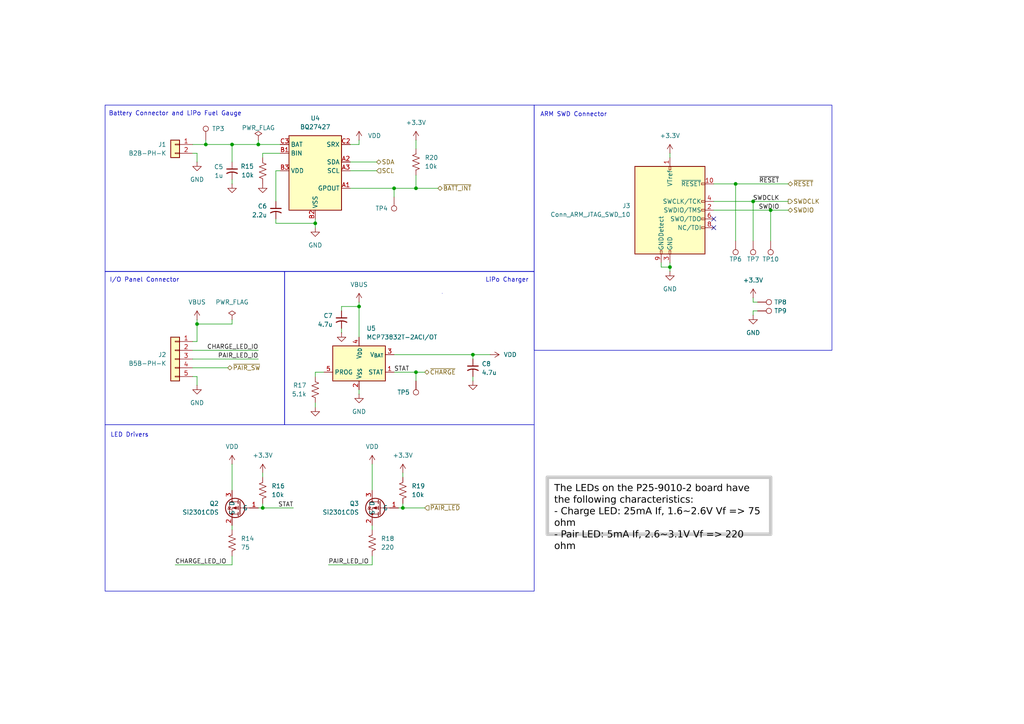
<source format=kicad_sch>
(kicad_sch (version 20250114) (generator "eeschema") (generator_version "9.0")
  (paper "A4")
  (title_block (title "Battery Interface") (rev "${REVISION}") (company "${COMPANY}"))
  (lib_symbols
    (symbol "Asym_Battery_Management:BQ27427"
      (property "Reference" "U" (at 3.302 -12.446 0))
      (property "Value" "BQ27427" (at 0 11.684 0))
      (symbol "BQ27427_1_0"
        (pin power_in line (at -10.16 7.62 0) (length 2.54) (name "BAT") (number "C3"))
        (pin input line (at -10.16 5.08 0) (length 2.54) (name "BIN") (number "B1"))
        (pin power_out line (at -10.16 0 0) (length 2.54) (name "VDD") (number "B3"))
        (pin power_out line (at 0 -13.97 90) (length 2.54) (name "VSS") (number "B2"))
        (pin power_out line (at 0 -13.97 90) (length 2.54) (hide yes) (name "VSS") (number "C1"))
        (pin power_in line (at 10.16 7.62 180) (length 2.54) (name "SRX") (number "C2"))
        (pin bidirectional line (at 10.16 2.54 180) (length 2.54) (name "SDA") (number "A2"))
        (pin input line (at 10.16 0 180) (length 2.54) (name "SCL") (number "A3"))
        (pin open_collector line (at 10.16 -5.08 180) (length 2.54) (name "GPOUT") (number "A1"))
      )
      (symbol "BQ27427_1_1"
        (rectangle (start -7.62 10.16) (end 7.62 -11.43) (stroke (width 0.254)) (fill (type background)))
      )
    )
    (symbol "Asym_Transistor_FET:Si2301CDS"
      (property "Reference" "Q" (at 2.54 2.032 0))
      (property "Value" "Si2301CDS" (at 2.54 0 0))
      (symbol "Si2301CDS_0_1"
        (polyline (pts (xy -2.286 1.905) (xy -2.286 -1.905)) (stroke (width 0.254)))
        (polyline (pts (xy -2.286 0) (xy -5.08 0)))
        (polyline (pts (xy -1.778 2.286) (xy -1.778 1.27)) (stroke (width 0.254)))
        (polyline (pts (xy -1.778 1.778) (xy 0.762 1.778) (xy 0.762 -1.778) (xy -1.778 -1.778)))
        (polyline (pts (xy -1.778 0.508) (xy -1.778 -0.508)) (stroke (width 0.254)))
        (polyline (pts (xy -1.778 -1.27) (xy -1.778 -2.286)) (stroke (width 0.254)))
        (circle (center -0.889 0) (radius 2.794) (stroke (width 0.254)))
        (polyline (pts (xy -0.254 0) (xy -1.27 0.381) (xy -1.27 -0.381) (xy -0.254 0)) (fill (type outline)))
        (polyline (pts (xy 0 2.54) (xy 0 1.778)))
        (circle (center 0 1.778) (radius 0.254) (fill (type outline)))
        (circle (center 0 -1.778) (radius 0.254) (fill (type outline)))
        (polyline (pts (xy 0 -2.54) (xy 0 0) (xy -1.778 0)))
        (polyline (pts (xy 0.254 -0.508) (xy 0.381 -0.381) (xy 1.143 -0.381) (xy 1.27 -0.254)))
        (polyline (pts (xy 0.762 -0.381) (xy 0.381 0.254) (xy 1.143 0.254) (xy 0.762 -0.381)))
      )
      (symbol "Si2301CDS_1_1"
        (pin input line (at -7.62 0 0) (length 2.54) (name "G") (number "1"))
        (pin passive line (at 0 5.08 270) (length 2.54) (name "D") (number "3"))
        (pin passive line (at 0 -5.08 90) (length 2.54) (name "S") (number "2"))
      )
    )
    (symbol "Battery_Management:MCP73831-2-OT"
      (property "Reference" "U" (at -7.62 6.35 0))
      (property "Value" "MCP73831-2-OT" (at 1.27 6.35 0))
      (symbol "MCP73831-2-OT_0_1"
        (rectangle (start -7.62 5.08) (end 7.62 -5.08) (stroke (width 0.254)) (fill (type background)))
      )
      (symbol "MCP73831-2-OT_1_1"
        (pin input line (at -10.16 -2.54 0) (length 2.54) (name "PROG") (number "5"))
        (pin power_in line (at 0 7.62 270) (length 2.54) (name "V_{DD}") (number "4"))
        (pin power_in line (at 0 -7.62 90) (length 2.54) (name "V_{SS}") (number "2"))
        (pin power_out line (at 10.16 2.54 180) (length 2.54) (name "V_{BAT}") (number "3"))
        (pin tri_state line (at 10.16 -2.54 180) (length 2.54) (name "STAT") (number "1"))
      )
    )
    (symbol "Connector:Conn_ARM_JTAG_SWD_10" (pin_names (offset 1.016))
      (property "Reference" "J" (at -2.54 16.51 0))
      (property "Value" "Conn_ARM_JTAG_SWD_10" (at -2.54 13.97 0))
      (symbol "Conn_ARM_JTAG_SWD_10_0_1"
        (rectangle (start -10.16 12.7) (end 10.16 -12.7) (stroke (width 0.254)) (fill (type background)))
        (rectangle (start -2.794 -12.7) (end -2.286 -11.684))
        (rectangle (start -0.254 12.7) (end 0.254 11.684))
        (rectangle (start -0.254 -12.7) (end 0.254 -11.684))
        (rectangle (start 9.144 2.286) (end 10.16 2.794))
        (rectangle (start 10.16 7.874) (end 9.144 7.366))
        (rectangle (start 10.16 -0.254) (end 9.144 0.254))
        (rectangle (start 10.16 -2.794) (end 9.144 -2.286))
      )
      (symbol "Conn_ARM_JTAG_SWD_10_1_1"
        (rectangle (start 9.144 -5.334) (end 10.16 -4.826))
        (pin no_connect line (at -10.16 0 0) (length 2.54) (hide yes) (name "KEY") (number "7"))
        (pin passive line (at -2.54 -15.24 90) (length 2.54) (name "GNDDetect") (number "9"))
        (pin power_in line (at 0 15.24 270) (length 2.54) (name "VTref") (number "1"))
        (pin power_in line (at 0 -15.24 90) (length 2.54) (name "GND") (number "3"))
        (pin passive line (at 0 -15.24 90) (length 2.54) (hide yes) (name "GND") (number "5"))
        (pin open_collector line (at 12.7 7.62 180) (length 2.54) (name "~{RESET}") (number "10"))
        (pin output line (at 12.7 2.54 180) (length 2.54) (name "SWCLK/TCK") (number "4"))
        (pin bidirectional line (at 12.7 0 180) (length 2.54) (name "SWDIO/TMS") (number "2"))
        (pin input line (at 12.7 -2.54 180) (length 2.54) (name "SWO/TDO") (number "6"))
        (pin output line (at 12.7 -5.08 180) (length 2.54) (name "NC/TDI") (number "8"))
      )
    )
    (symbol "Connector:TestPoint" (pin_numbers (hide yes)) (pin_names (offset 0.762) (hide yes))
      (property "Reference" "TP" (at 0 6.858 0))
      (property "Value" "TestPoint" (at 0 5.08 0))
      (symbol "TestPoint_0_1"
        (circle (center 0 3.302) (radius 0.762))
      )
      (symbol "TestPoint_1_1"
        (pin passive line (at 0 0 90) (length 2.54) (name "1") (number "1"))
      )
    )
    (symbol "Connector_Generic:Conn_01x02" (pin_names (offset 1.016) (hide yes))
      (property "Reference" "J" (at 0 2.54 0))
      (property "Value" "Conn_01x02" (at 0 -5.08 0))
      (symbol "Conn_01x02_1_1"
        (rectangle (start -1.27 1.27) (end 1.27 -3.81) (stroke (width 0.254)) (fill (type background)))
        (rectangle (start -1.27 0.127) (end 0 -0.127) (stroke (width 0.1524)))
        (rectangle (start -1.27 -2.413) (end 0 -2.667) (stroke (width 0.1524)))
        (pin passive line (at -5.08 0 0) (length 3.81) (name "Pin_1") (number "1"))
        (pin passive line (at -5.08 -2.54 0) (length 3.81) (name "Pin_2") (number "2"))
      )
    )
    (symbol "Connector_Generic:Conn_01x05" (pin_names (offset 1.016) (hide yes))
      (property "Reference" "J" (at 0 7.62 0))
      (property "Value" "Conn_01x05" (at 0 -7.62 0))
      (symbol "Conn_01x05_1_1"
        (rectangle (start -1.27 6.35) (end 1.27 -6.35) (stroke (width 0.254)) (fill (type background)))
        (rectangle (start -1.27 5.207) (end 0 4.953) (stroke (width 0.1524)))
        (rectangle (start -1.27 2.667) (end 0 2.413) (stroke (width 0.1524)))
        (rectangle (start -1.27 0.127) (end 0 -0.127) (stroke (width 0.1524)))
        (rectangle (start -1.27 -2.413) (end 0 -2.667) (stroke (width 0.1524)))
        (rectangle (start -1.27 -4.953) (end 0 -5.207) (stroke (width 0.1524)))
        (pin passive line (at -5.08 5.08 0) (length 3.81) (name "Pin_1") (number "1"))
        (pin passive line (at -5.08 2.54 0) (length 3.81) (name "Pin_2") (number "2"))
        (pin passive line (at -5.08 0 0) (length 3.81) (name "Pin_3") (number "3"))
        (pin passive line (at -5.08 -2.54 0) (length 3.81) (name "Pin_4") (number "4"))
        (pin passive line (at -5.08 -5.08 0) (length 3.81) (name "Pin_5") (number "5"))
      )
    )
    (symbol "Device:C_Small_US" (pin_numbers (hide yes)) (pin_names (offset 0.254) (hide yes))
      (property "Reference" "C" (at 0.254 1.778 0))
      (property "Value" "C_Small_US" (at 0.254 -2.032 0))
      (symbol "C_Small_US_0_1"
        (polyline (pts (xy -1.524 0.508) (xy 1.524 0.508)) (stroke (width 0.3048)))
        (arc (start -1.524 -0.762) (mid 0 -0.3734) (end 1.524 -0.762) (stroke (width 0.3048)))
      )
      (symbol "C_Small_US_1_1"
        (pin passive line (at 0 2.54 270) (length 2.032) (name "~") (number "1"))
        (pin passive line (at 0 -2.54 90) (length 2.032) (name "~") (number "2"))
      )
    )
    (symbol "Device:R_US" (pin_numbers (hide yes)) (pin_names (offset 0))
      (property "Reference" "R" (at 2.54 0 90))
      (property "Value" "R_US" (at -2.54 0 90))
      (symbol "R_US_0_1"
        (polyline (pts (xy 0 2.286) (xy 0 2.54)))
        (polyline (pts (xy 0 2.286) (xy 1.016 1.905) (xy 0 1.524) (xy -1.016 1.143) (xy 0 0.762)))
        (polyline (pts (xy 0 0.762) (xy 1.016 0.381) (xy 0 0) (xy -1.016 -0.381) (xy 0 -0.762)))
        (polyline (pts (xy 0 -0.762) (xy 1.016 -1.143) (xy 0 -1.524) (xy -1.016 -1.905) (xy 0 -2.286)))
        (polyline (pts (xy 0 -2.286) (xy 0 -2.54)))
      )
      (symbol "R_US_1_1"
        (pin passive line (at 0 3.81 270) (length 1.27) (name "~") (number "1"))
        (pin passive line (at 0 -3.81 90) (length 1.27) (name "~") (number "2"))
      )
    )
    (symbol "power:+3.3V" (power) (pin_numbers (hide yes)) (pin_names (offset 0) (hide yes))
      (property "Value" "+3.3V" (at 0 3.556 0))
      (symbol "+3.3V_0_1"
        (polyline (pts (xy -0.762 1.27) (xy 0 2.54)))
        (polyline (pts (xy 0 2.54) (xy 0.762 1.27)))
        (polyline (pts (xy 0 0) (xy 0 2.54)))
      )
      (symbol "+3.3V_1_1"
        (pin power_in line (at 0 0 90) (length 0) (name "~") (number "1"))
      )
    )
    (symbol "power:GND" (power) (pin_numbers (hide yes)) (pin_names (offset 0) (hide yes))
      (property "Value" "GND" (at 0 -3.81 0))
      (symbol "GND_0_1"
        (polyline (pts (xy 0 0) (xy 0 -1.27) (xy 1.27 -1.27) (xy 0 -2.54) (xy -1.27 -1.27) (xy 0 -1.27)))
      )
      (symbol "GND_1_1"
        (pin power_in line (at 0 0 270) (length 0) (name "~") (number "1"))
      )
    )
    (symbol "power:PWR_FLAG" (power) (pin_numbers (hide yes)) (pin_names (offset 0) (hide yes))
      (property "Value" "PWR_FLAG" (at 0 3.81 0))
      (symbol "PWR_FLAG_0_0"
        (pin power_out line (at 0 0 90) (length 0) (name "~") (number "1"))
      )
      (symbol "PWR_FLAG_0_1"
        (polyline (pts (xy 0 0) (xy 0 1.27) (xy -1.016 1.905) (xy 0 2.54) (xy 1.016 1.905) (xy 0 1.27)))
      )
    )
    (symbol "power:VBUS" (power) (pin_numbers (hide yes)) (pin_names (offset 0) (hide yes))
      (property "Value" "VBUS" (at 0 3.556 0))
      (symbol "VBUS_0_1"
        (polyline (pts (xy -0.762 1.27) (xy 0 2.54)))
        (polyline (pts (xy 0 2.54) (xy 0.762 1.27)))
        (polyline (pts (xy 0 0) (xy 0 2.54)))
      )
      (symbol "VBUS_1_1"
        (pin power_in line (at 0 0 90) (length 0) (name "~") (number "1"))
      )
    )
    (symbol "power:VDD" (power) (pin_numbers (hide yes)) (pin_names (offset 0) (hide yes))
      (property "Value" "VDD" (at 0 3.556 0))
      (symbol "VDD_0_1"
        (polyline (pts (xy -0.762 1.27) (xy 0 2.54)))
        (polyline (pts (xy 0 2.54) (xy 0.762 1.27)))
        (polyline (pts (xy 0 0) (xy 0 2.54)))
      )
      (symbol "VDD_1_1"
        (pin power_in line (at 0 0 90) (length 0) (name "~") (number "1"))
      )
    )
  )
  (rectangle (start 30.48 78.74) (end 82.55 123.19))
  (rectangle (start 154.94 30.48) (end 241.3 101.6))
  (rectangle (start 30.48 123.19) (end 154.94 171.45))
  (rectangle (start 128.27 85.09) (end 128.27 85.09))
  (rectangle (start 82.55 78.74) (end 154.94 123.19))
  (rectangle (start 30.48 30.48) (end 154.94 78.74))
  (text "LED Drivers" (at 37.592 126.238 0) (effects (font (size 1.27 1.27))))
  (text "I/O Panel Connector" (at 41.91 81.28 0) (effects (font (size 1.27 1.27))))
  (text "Battery Connector and LiPo Fuel Gauge" (at 50.8 33.02 0) (effects (font (size 1.27 1.27))))
  (text "ARM SWD Connector" (at 166.37 33.274 0) (effects (font (size 1.27 1.27))))
  (text "LiPo Charger" (at 147.066 81.28 0) (effects (font (size 1.27 1.27))))
  (text_box "The LEDs on the P25-9010-2 board have the following characteristics:\n- Charge LED: 25mA If, 1.6~2.6V Vf => 75 ohm\n- Pair LED: 5mA If, 2.6~3.1V Vf => 220 ohm" (at 158.75 138.43 0) (size 64.77 16.51) (margins 2 2 2 2) (stroke (width 1) (color 200 200 200 1)) (effects (font (size 2 2)) (justify left top)))
  (junction (at 223.52 60.96))
  (junction (at 120.65 54.61))
  (junction (at 74.93 41.91))
  (junction (at 114.3 54.61))
  (junction (at 137.16 102.87))
  (junction (at 59.69 41.91))
  (junction (at 104.14 88.9))
  (junction (at 76.2 147.32))
  (junction (at 91.44 64.77))
  (junction (at 213.36 53.34))
  (junction (at 218.44 58.42))
  (junction (at 120.65 107.95))
  (junction (at 116.84 147.32))
  (junction (at 57.15 93.98))
  (junction (at 67.31 41.91))
  (junction (at 194.31 77.47))
  (no_connect (at 207.01 66.04))
  (no_connect (at 207.01 63.5))
  (wire (pts (xy 57.15 44.45) (xy 57.15 46.99)))
  (wire (pts (xy 104.14 87.63) (xy 104.14 88.9)))
  (wire (pts (xy 55.88 109.22) (xy 57.15 109.22)))
  (wire (pts (xy 93.98 107.95) (xy 91.44 107.95)))
  (wire (pts (xy 59.69 41.91) (xy 67.31 41.91)))
  (wire (pts (xy 116.84 147.32) (xy 116.84 146.05)))
  (wire (pts (xy 91.44 116.84) (xy 91.44 118.11)))
  (wire (pts (xy 76.2 44.45) (xy 76.2 45.72)))
  (wire (pts (xy 67.31 52.07) (xy 67.31 53.34)))
  (wire (pts (xy 114.3 54.61) (xy 114.3 57.15)))
  (wire (pts (xy 213.36 53.34) (xy 213.36 69.85)))
  (wire (pts (xy 81.28 41.91) (xy 74.93 41.91)))
  (wire (pts (xy 223.52 60.96) (xy 228.6 60.96)))
  (wire (pts (xy 104.14 113.03) (xy 104.14 114.3)))
  (wire (pts (xy 219.71 87.63) (xy 218.44 87.63)))
  (wire (pts (xy 120.65 40.64) (xy 120.65 43.18)))
  (wire (pts (xy 91.44 63.5) (xy 91.44 64.77)))
  (wire (pts (xy 76.2 147.32) (xy 76.2 146.05)))
  (wire (pts (xy 120.65 110.49) (xy 120.65 107.95)))
  (wire (pts (xy 114.3 54.61) (xy 120.65 54.61)))
  (wire (pts (xy 91.44 64.77) (xy 91.44 66.04)))
  (wire (pts (xy 104.14 41.91) (xy 101.6 41.91)))
  (wire (pts (xy 194.31 44.45) (xy 194.31 45.72)))
  (wire (pts (xy 116.84 147.32) (xy 123.19 147.32)))
  (wire (pts (xy 191.77 76.2) (xy 191.77 77.47)))
  (wire (pts (xy 50.8 163.83) (xy 67.31 163.83)))
  (wire (pts (xy 218.44 58.42) (xy 218.44 69.85)))
  (wire (pts (xy 55.88 104.14) (xy 74.93 104.14)))
  (wire (pts (xy 99.06 95.25) (xy 99.06 96.52)))
  (wire (pts (xy 55.88 99.06) (xy 57.15 99.06)))
  (wire (pts (xy 67.31 134.62) (xy 67.31 142.24)))
  (wire (pts (xy 223.52 60.96) (xy 223.52 69.85)))
  (wire (pts (xy 194.31 76.2) (xy 194.31 77.47)))
  (wire (pts (xy 81.28 44.45) (xy 76.2 44.45)))
  (wire (pts (xy 207.01 60.96) (xy 223.52 60.96)))
  (wire (pts (xy 115.57 147.32) (xy 116.84 147.32)))
  (wire (pts (xy 81.28 49.53) (xy 80.01 49.53)))
  (wire (pts (xy 191.77 77.47) (xy 194.31 77.47)))
  (wire (pts (xy 137.16 102.87) (xy 137.16 104.14)))
  (wire (pts (xy 91.44 107.95) (xy 91.44 109.22)))
  (wire (pts (xy 218.44 90.17) (xy 218.44 91.44)))
  (wire (pts (xy 213.36 53.34) (xy 228.6 53.34)))
  (wire (pts (xy 194.31 77.47) (xy 194.31 78.74)))
  (wire (pts (xy 120.65 107.95) (xy 123.19 107.95)))
  (wire (pts (xy 107.95 161.29) (xy 107.95 163.83)))
  (wire (pts (xy 55.88 101.6) (xy 74.93 101.6)))
  (wire (pts (xy 55.88 106.68) (xy 66.04 106.68)))
  (wire (pts (xy 55.88 41.91) (xy 59.69 41.91)))
  (wire (pts (xy 76.2 147.32) (xy 85.09 147.32)))
  (wire (pts (xy 207.01 58.42) (xy 218.44 58.42)))
  (wire (pts (xy 80.01 63.5) (xy 80.01 64.77)))
  (wire (pts (xy 74.93 41.91) (xy 67.31 41.91)))
  (wire (pts (xy 120.65 54.61) (xy 127 54.61)))
  (wire (pts (xy 57.15 109.22) (xy 57.15 111.76)))
  (wire (pts (xy 67.31 92.71) (xy 67.31 93.98)))
  (wire (pts (xy 101.6 46.99) (xy 109.22 46.99)))
  (wire (pts (xy 74.93 147.32) (xy 76.2 147.32)))
  (wire (pts (xy 67.31 93.98) (xy 57.15 93.98)))
  (wire (pts (xy 107.95 152.4) (xy 107.95 153.67)))
  (wire (pts (xy 95.25 163.83) (xy 107.95 163.83)))
  (wire (pts (xy 107.95 134.62) (xy 107.95 142.24)))
  (wire (pts (xy 74.93 40.64) (xy 74.93 41.91)))
  (wire (pts (xy 67.31 41.91) (xy 67.31 46.99)))
  (wire (pts (xy 218.44 87.63) (xy 218.44 86.36)))
  (wire (pts (xy 80.01 64.77) (xy 91.44 64.77)))
  (wire (pts (xy 218.44 58.42) (xy 228.6 58.42)))
  (wire (pts (xy 219.71 90.17) (xy 218.44 90.17)))
  (wire (pts (xy 99.06 90.17) (xy 99.06 88.9)))
  (wire (pts (xy 104.14 88.9) (xy 104.14 97.79)))
  (wire (pts (xy 99.06 88.9) (xy 104.14 88.9)))
  (wire (pts (xy 55.88 44.45) (xy 57.15 44.45)))
  (wire (pts (xy 207.01 53.34) (xy 213.36 53.34)))
  (wire (pts (xy 114.3 102.87) (xy 137.16 102.87)))
  (wire (pts (xy 80.01 49.53) (xy 80.01 58.42)))
  (wire (pts (xy 67.31 163.83) (xy 67.31 161.29)))
  (wire (pts (xy 137.16 109.22) (xy 137.16 110.49)))
  (wire (pts (xy 101.6 49.53) (xy 109.22 49.53)))
  (wire (pts (xy 104.14 40.64) (xy 104.14 41.91)))
  (wire (pts (xy 137.16 102.87) (xy 142.24 102.87)))
  (wire (pts (xy 76.2 138.43) (xy 76.2 137.16)))
  (wire (pts (xy 57.15 99.06) (xy 57.15 93.98)))
  (wire (pts (xy 101.6 54.61) (xy 114.3 54.61)))
  (wire (pts (xy 67.31 152.4) (xy 67.31 153.67)))
  (wire (pts (xy 120.65 50.8) (xy 120.65 54.61)))
  (wire (pts (xy 59.69 40.64) (xy 59.69 41.91)))
  (wire (pts (xy 57.15 93.98) (xy 57.15 92.71)))
  (wire (pts (xy 116.84 138.43) (xy 116.84 137.16)))
  (wire (pts (xy 114.3 107.95) (xy 120.65 107.95)))
  (label "CHARGE_LED_IO" (at 74.93 101.6 180))
  (label "~{RESET}" (at 226.06 53.34 180))
  (label "SWDCLK" (at 226.06 58.42 180))
  (label "PAIR_LED_IO" (at 74.93 104.14 180))
  (label "STAT" (at 85.09 147.32 180))
  (label "SWDIO" (at 226.06 60.96 180))
  (label "CHARGE_LED_IO" (at 50.8 163.83 0))
  (label "STAT" (at 114.3 107.95 0))
  (label "PAIR_LED_IO" (at 95.25 163.83 0))
  (hierarchical_label "SCL" (shape input) (at 109.22 49.53 0))
  (hierarchical_label "~{BATT_INT}" (shape bidirectional) (at 127 54.61 0))
  (hierarchical_label "~{RESET}" (shape bidirectional) (at 228.6 53.34 0))
  (hierarchical_label "~{PAIR_LED}" (shape input) (at 123.19 147.32 0))
  (hierarchical_label "SDA" (shape bidirectional) (at 109.22 46.99 0))
  (hierarchical_label "~{CHARGE}" (shape tri_state) (at 123.19 107.95 0))
  (hierarchical_label "SWDIO" (shape bidirectional) (at 228.6 60.96 0))
  (hierarchical_label "~{PAIR_SW}" (shape bidirectional) (at 66.04 106.68 0))
  (hierarchical_label "SWDCLK" (shape output) (at 228.6 58.42 0))
  (symbol (lib_id "Asym_Battery_Management:BQ27427") (at 91.44 49.53 0) (unit 1)
    (property "Reference" "U4" (at 91.44 34.29 0))
    (property "Value" "BQ27427" (at 91.44 36.83 0))
    (property "Footprint" "Package_BGA:Texas_DSBGA-9_1.62x1.58mm_Layout3x3_P0.5mm" (effects (hide yes)))
    (property "Datasheet" "https://www.ti.com/lit/ds/symlink/bq27427.pdf" (effects (hide yes)))
    (property "Description" "Li-Ion/Li-Po battery monitor and fuel guage" (effects (hide yes)))
    (property "Manufacturer" "Texas Instruments" (effects (hide yes)))
    (property "Manufacturer PN" "BQ27427YZFR" (effects (hide yes)))
    (property "LCSC" "C6075475" (effects (hide yes)))
  )
  (symbol (lib_id "Connector:Conn_ARM_JTAG_SWD_10") (at 194.31 60.96 0) (unit 1)
    (property "Reference" "J3" (at 182.88 59.6899 0) (effects (justify right)))
    (property "Value" "Conn_ARM_JTAG_SWD_10" (at 182.88 62.2299 0) (effects (justify right)))
    (property "Footprint" "Connector_PinHeader_1.27mm:PinHeader_2x05_P1.27mm_Vertical_SMD" (effects (hide yes)))
    (property "Datasheet" "http://infocenter.arm.com/help/topic/com.arm.doc.ddi0314h/DDI0314H_coresight_components_trm.pdf" (effects (hide yes)))
    (property "Description" "Cortex Debug Connector, standard ARM Cortex-M SWD and JTAG interface" (effects (hide yes)))
    (property "LCSC" "C150517" (effects (hide yes)))
    (property "Manufacturer" "Amphenol ICC" (effects (hide yes)))
    (property "Manufacturer PN" "20021121-00010C4LF" (effects (hide yes)))
  )
  (symbol (lib_id "power:PWR_FLAG") (at 67.31 92.71 0) (unit 1)
    (property "Reference" "#FLG03" (effects (hide yes)))
    (property "Value" "PWR_FLAG" (at 67.31 87.63 0))
    (property "Description" "Special symbol for telling ERC where power comes from" (effects (hide yes)))
  )
  (symbol (lib_id "Device:R_US") (at 76.2 142.24 0) (mirror y) (unit 1)
    (property "Reference" "R16" (at 78.74 140.9699 0) (effects (justify right)))
    (property "Value" "10k" (at 78.74 143.5099 0) (effects (justify right)))
    (property "Footprint" "Resistor_SMD:R_0603_1608Metric" (effects (hide yes)))
    (property "Datasheet" "https://www.royalohm.com/assets/pdf/products/smd/1.pdf" (effects (hide yes)))
    (property "Description" "Resistor, US symbol" (effects (hide yes)))
    (property "Manufacturer" "Uni-Royal" (effects (hide yes)))
    (property "Manufacturer PN" "0603WAF1002T5E" (effects (hide yes)))
    (property "LCSC" "C25804" (effects (hide yes)))
  )
  (symbol (lib_id "Device:C_Small_US") (at 67.31 49.53 0) (unit 1)
    (property "Reference" "C5" (at 64.77 48.3869 0) (effects (justify right)))
    (property "Value" "1u" (at 64.77 50.9269 0) (effects (justify right)))
    (property "Footprint" "Capacitor_SMD:C_0603_1608Metric" (effects (hide yes)))
    (property "Datasheet" "https://weblib.samsungsem.com/mlcc/mlcc-ec-data-sheet.do?partNumber=CL10A105KB8NNNC" (effects (hide yes)))
    (property "Description" "capacitor, small US symbol" (effects (hide yes)))
    (property "LCSC" "C15849" (effects (hide yes)))
    (property "Manufacturer" "Samsung Electro-Mechanics" (effects (hide yes)))
    (property "Manufacturer PN" "CL10A105KB8NNNC" (effects (hide yes)))
  )
  (symbol (lib_id "Connector:TestPoint") (at 120.65 110.49 180) (unit 1)
    (property "Reference" "TP5" (at 118.872 113.792 0) (effects (justify left)))
    (property "Value" "TestPoint" (effects (hide yes)))
    (property "Footprint" "TestPoint:TestPoint_Pad_D1.5mm" (effects (hide yes)))
    (property "Description" "test point" (effects (hide yes)))
  )
  (symbol (lib_id "Connector_Generic:Conn_01x05") (at 50.8 104.14 0) (mirror y) (unit 1)
    (property "Reference" "J2" (at 48.26 102.8699 0) (effects (justify left)))
    (property "Value" "B5B-PH-K" (at 48.26 105.4099 0) (effects (justify left)))
    (property "Footprint" "Connector_JST:JST_PH_B5B-PH-K_1x05_P2.00mm_Vertical" (effects (hide yes)))
    (property "Datasheet" "https://www.jst.com/wp-content/uploads/2025/06/ePH.pdf" (effects (hide yes)))
    (property "Description" "Generic connector, single row, 01x05, script generated (kicad-library-utils/schlib/autogen/connector/)" (effects (hide yes)))
    (property "Manufacturer" "JST" (effects (hide yes)))
    (property "Manufacturer PN" "S5B-PH-SM4-TB" (effects (hide yes)))
    (property "LCSC" "C265104" (effects (hide yes)))
  )
  (symbol (lib_id "Connector:TestPoint") (at 219.71 87.63 270) (unit 1)
    (property "Reference" "TP8" (at 224.536 87.63 90) (effects (justify left)))
    (property "Value" "TestPoint" (effects (hide yes)))
    (property "Footprint" "TestPoint:TestPoint_Pad_D1.5mm" (effects (hide yes)))
    (property "Description" "test point" (effects (hide yes)))
  )
  (symbol (lib_id "power:GND") (at 104.14 114.3 0) (unit 1)
    (property "Reference" "#PWR032" (effects (hide yes)))
    (property "Value" "GND" (at 104.14 119.38 0))
    (property "Description" "Power symbol creates a global label with name \"GND\" , ground" (effects (hide yes)))
  )
  (symbol (lib_id "power:+3.3V") (at 194.31 44.45 0) (unit 1)
    (property "Reference" "#PWR038" (effects (hide yes)))
    (property "Value" "+3.3V" (at 194.31 39.37 0))
    (property "Description" "Power symbol creates a global label with name \"+3.3V\"" (effects (hide yes)))
  )
  (symbol (lib_id "Connector_Generic:Conn_01x02") (at 50.8 41.91 0) (mirror y) (unit 1)
    (property "Reference" "J1" (at 48.26 41.9099 0) (effects (justify left)))
    (property "Value" "B2B-PH-K" (at 48.26 44.4499 0) (effects (justify left)))
    (property "Footprint" "Connector_JST:JST_PH_B2B-PH-K_1x02_P2.00mm_Vertical" (effects (hide yes)))
    (property "Datasheet" "https://www.jst.com/wp-content/uploads/2025/06/ePH.pdf" (effects (hide yes)))
    (property "Description" "Generic connector, single row, 01x02, script generated (kicad-library-utils/schlib/autogen/connector/)" (effects (hide yes)))
    (property "Manufacturer" "JST" (effects (hide yes)))
    (property "Manufacturer PN" "S2B-PH-SM4-TB" (effects (hide yes)))
    (property "LCSC" "C295747" (effects (hide yes)))
  )
  (symbol (lib_id "Device:R_US") (at 107.95 157.48 0) (mirror y) (unit 1)
    (property "Reference" "R18" (at 110.49 156.2099 0) (effects (justify right)))
    (property "Value" "220" (at 110.49 158.7499 0) (effects (justify right)))
    (property "Footprint" "Resistor_SMD:R_0603_1608Metric" (effects (hide yes)))
    (property "Datasheet" "https://www.royalohm.com/assets/pdf/products/smd/1.pdf" (effects (hide yes)))
    (property "Description" "Resistor, US symbol" (effects (hide yes)))
    (property "Manufacturer" "Uni-Royal" (effects (hide yes)))
    (property "Manufacturer PN" "0603WAF2200T5E" (effects (hide yes)))
    (property "LCSC" "C22962" (effects (hide yes)))
  )
  (symbol (lib_id "Asym_Transistor_FET:Si2301CDS") (at 107.95 147.32 0) (mirror y) (unit 1)
    (property "Reference" "Q3" (at 104.14 146.0499 0) (effects (justify left)))
    (property "Value" "Si2301CDS" (at 104.14 148.5899 0) (effects (justify left)))
    (property "Footprint" "Package_TO_SOT_SMD:SOT-23" (effects (hide yes)))
    (property "Datasheet" "https://www.vishay.com/doc/?68741" (effects (hide yes)))
    (property "Description" "-3.1A Id, -20V Vds, P-Channel MOSFET, SOT-23" (effects (hide yes)))
    (property "Manufacturer" "Vishay" (effects (hide yes)))
    (property "Manufacturer PN" "Si2301CDS-T1-GE3" (effects (hide yes)))
    (property "LCSC" "C10487" (effects (hide yes)))
  )
  (symbol (lib_id "power:GND") (at 218.44 91.44 0) (unit 1)
    (property "Reference" "#PWR041" (effects (hide yes)))
    (property "Value" "GND" (at 218.44 96.52 0))
    (property "Description" "Power symbol creates a global label with name \"GND\" , ground" (effects (hide yes)))
  )
  (symbol (lib_id "power:VBUS") (at 104.14 87.63 0) (unit 1)
    (property "Reference" "#PWR031" (effects (hide yes)))
    (property "Value" "VBUS" (at 104.14 82.55 0))
    (property "Description" "Power symbol creates a global label with name \"VBUS\"" (effects (hide yes)))
  )
  (symbol (lib_id "power:+3.3V") (at 116.84 137.16 0) (unit 1)
    (property "Reference" "#PWR034" (effects (hide yes)))
    (property "Value" "+3.3V" (at 116.84 132.08 0))
    (property "Description" "Power symbol creates a global label with name \"+3.3V\"" (effects (hide yes)))
  )
  (symbol (lib_id "power:VDD") (at 107.95 134.62 0) (unit 1)
    (property "Reference" "#PWR033" (effects (hide yes)))
    (property "Value" "VDD" (at 107.95 129.54 0))
    (property "Description" "Power symbol creates a global label with name \"VDD\"" (effects (hide yes)))
  )
  (symbol (lib_id "power:GND") (at 91.44 66.04 0) (unit 1)
    (property "Reference" "#PWR027" (effects (hide yes)))
    (property "Value" "GND" (at 91.44 71.12 0))
    (property "Description" "Power symbol creates a global label with name \"GND\" , ground" (effects (hide yes)))
  )
  (symbol (lib_id "power:VDD") (at 67.31 134.62 0) (unit 1)
    (property "Reference" "#PWR024" (effects (hide yes)))
    (property "Value" "VDD" (at 67.31 129.54 0))
    (property "Description" "Power symbol creates a global label with name \"VDD\"" (effects (hide yes)))
  )
  (symbol (lib_id "power:GND") (at 137.16 110.49 0) (unit 1)
    (property "Reference" "#PWR036" (effects (hide yes)))
    (property "Value" "GND" (effects (hide yes)))
    (property "Description" "Power symbol creates a global label with name \"GND\" , ground" (effects (hide yes)))
  )
  (symbol (lib_id "power:VDD") (at 142.24 102.87 270) (unit 1)
    (property "Reference" "#PWR037" (effects (hide yes)))
    (property "Value" "VDD" (at 146.05 102.8699 90) (effects (justify left)))
    (property "Description" "Power symbol creates a global label with name \"VDD\"" (effects (hide yes)))
  )
  (symbol (lib_id "power:GND") (at 91.44 118.11 0) (unit 1)
    (property "Reference" "#PWR028" (effects (hide yes)))
    (property "Value" "GND" (effects (hide yes)))
    (property "Description" "Power symbol creates a global label with name \"GND\" , ground" (effects (hide yes)))
  )
  (symbol (lib_id "power:+3.3V") (at 76.2 137.16 0) (unit 1)
    (property "Reference" "#PWR026" (effects (hide yes)))
    (property "Value" "+3.3V" (at 76.2 132.08 0))
    (property "Description" "Power symbol creates a global label with name \"+3.3V\"" (effects (hide yes)))
  )
  (symbol (lib_id "power:VBUS") (at 57.15 92.71 0) (unit 1)
    (property "Reference" "#PWR021" (effects (hide yes)))
    (property "Value" "VBUS" (at 57.15 87.63 0))
    (property "Description" "Power symbol creates a global label with name \"VBUS\"" (effects (hide yes)))
  )
  (symbol (lib_id "power:GND") (at 57.15 46.99 0) (unit 1)
    (property "Reference" "#PWR020" (effects (hide yes)))
    (property "Value" "GND" (at 57.15 52.07 0))
    (property "Description" "Power symbol creates a global label with name \"GND\" , ground" (effects (hide yes)))
  )
  (symbol (lib_id "Device:R_US") (at 91.44 113.03 0) (unit 1)
    (property "Reference" "R17" (at 88.9 111.7599 0) (effects (justify right)))
    (property "Value" "5.1k" (at 88.9 114.2999 0) (effects (justify right)))
    (property "Footprint" "Resistor_SMD:R_0603_1608Metric" (effects (hide yes)))
    (property "Datasheet" "https://www.royalohm.com/assets/pdf/products/smd/1.pdf" (effects (hide yes)))
    (property "Description" "Resistor, US symbol" (effects (hide yes)))
    (property "Manufacturer" "Uni-Royal" (effects (hide yes)))
    (property "Manufacturer PN" "0603WAF5101T5E" (effects (hide yes)))
    (property "LCSC" "C23186" (effects (hide yes)))
  )
  (symbol (lib_id "Connector:TestPoint") (at 219.71 90.17 270) (unit 1)
    (property "Reference" "TP9" (at 224.536 90.17 90) (effects (justify left)))
    (property "Value" "TestPoint" (effects (hide yes)))
    (property "Footprint" "TestPoint:TestPoint_Pad_D1.5mm" (effects (hide yes)))
    (property "Description" "test point" (effects (hide yes)))
  )
  (symbol (lib_id "Device:R_US") (at 76.2 49.53 0) (unit 1)
    (property "Reference" "R15" (at 73.66 48.2599 0) (effects (justify right)))
    (property "Value" "10k" (at 73.66 50.7999 0) (effects (justify right)))
    (property "Footprint" "Resistor_SMD:R_0603_1608Metric" (effects (hide yes)))
    (property "Datasheet" "https://www.royalohm.com/assets/pdf/products/smd/1.pdf" (effects (hide yes)))
    (property "Description" "Resistor, US symbol" (effects (hide yes)))
    (property "Manufacturer" "Uni-Royal" (effects (hide yes)))
    (property "Manufacturer PN" "0603WAF1002T5E" (effects (hide yes)))
    (property "LCSC" "C25804" (effects (hide yes)))
  )
  (symbol (lib_id "Connector:TestPoint") (at 59.69 40.64 0) (unit 1)
    (property "Reference" "TP3" (at 61.468 37.338 0) (effects (justify left)))
    (property "Value" "TestPoint" (effects (hide yes)))
    (property "Footprint" "TestPoint:TestPoint_Pad_D1.5mm" (effects (hide yes)))
    (property "Description" "test point" (effects (hide yes)))
  )
  (symbol (lib_id "power:+3.3V") (at 120.65 40.64 0) (unit 1)
    (property "Reference" "#PWR035" (effects (hide yes)))
    (property "Value" "+3.3V" (at 120.65 35.56 0))
    (property "Description" "Power symbol creates a global label with name \"+3.3V\"" (effects (hide yes)))
  )
  (symbol (lib_id "Connector:TestPoint") (at 218.44 69.85 180) (unit 1)
    (property "Reference" "TP7" (at 218.44 75.184 0))
    (property "Value" "TestPoint" (effects (hide yes)))
    (property "Footprint" "TestPoint:TestPoint_Pad_D1.5mm" (effects (hide yes)))
    (property "Description" "test point" (effects (hide yes)))
  )
  (symbol (lib_id "Connector:TestPoint") (at 223.52 69.85 180) (unit 1)
    (property "Reference" "TP10" (at 223.52 75.184 0))
    (property "Value" "TestPoint" (effects (hide yes)))
    (property "Footprint" "TestPoint:TestPoint_Pad_D1.5mm" (effects (hide yes)))
    (property "Description" "test point" (effects (hide yes)))
  )
  (symbol (lib_id "Connector:TestPoint") (at 114.3 57.15 180) (unit 1)
    (property "Reference" "TP4" (at 112.522 60.452 0) (effects (justify left)))
    (property "Value" "TestPoint" (effects (hide yes)))
    (property "Footprint" "TestPoint:TestPoint_Pad_D1.5mm" (effects (hide yes)))
    (property "Description" "test point" (effects (hide yes)))
  )
  (symbol (lib_id "power:GND") (at 67.31 53.34 0) (unit 1)
    (property "Reference" "#PWR023" (effects (hide yes)))
    (property "Value" "GND" (effects (hide yes)))
    (property "Description" "Power symbol creates a global label with name \"GND\" , ground" (effects (hide yes)))
  )
  (symbol (lib_id "power:+3.3V") (at 218.44 86.36 0) (unit 1)
    (property "Reference" "#PWR040" (effects (hide yes)))
    (property "Value" "+3.3V" (at 218.44 81.28 0))
    (property "Description" "Power symbol creates a global label with name \"+3.3V\"" (effects (hide yes)))
  )
  (symbol (lib_id "power:GND") (at 99.06 96.52 0) (unit 1)
    (property "Reference" "#PWR029" (effects (hide yes)))
    (property "Value" "GND" (effects (hide yes)))
    (property "Description" "Power symbol creates a global label with name \"GND\" , ground" (effects (hide yes)))
  )
  (symbol (lib_id "Connector:TestPoint") (at 213.36 69.85 180) (unit 1)
    (property "Reference" "TP6" (at 213.36 75.184 0))
    (property "Value" "TestPoint" (effects (hide yes)))
    (property "Footprint" "TestPoint:TestPoint_Pad_D1.5mm" (effects (hide yes)))
    (property "Description" "test point" (effects (hide yes)))
  )
  (symbol (lib_id "power:GND") (at 194.31 78.74 0) (unit 1)
    (property "Reference" "#PWR039" (effects (hide yes)))
    (property "Value" "GND" (at 194.31 83.82 0))
    (property "Description" "Power symbol creates a global label with name \"GND\" , ground" (effects (hide yes)))
  )
  (symbol (lib_id "Device:R_US") (at 120.65 46.99 0) (mirror y) (unit 1)
    (property "Reference" "R20" (at 123.19 45.7199 0) (effects (justify right)))
    (property "Value" "10k" (at 123.19 48.2599 0) (effects (justify right)))
    (property "Footprint" "Resistor_SMD:R_0603_1608Metric" (effects (hide yes)))
    (property "Datasheet" "https://www.royalohm.com/assets/pdf/products/smd/1.pdf" (effects (hide yes)))
    (property "Description" "Resistor, US symbol" (effects (hide yes)))
    (property "Manufacturer" "Uni-Royal" (effects (hide yes)))
    (property "Manufacturer PN" "0603WAF1002T5E" (effects (hide yes)))
    (property "LCSC" "C25804" (effects (hide yes)))
  )
  (symbol (lib_id "Device:C_Small_US") (at 137.16 106.68 0) (mirror y) (unit 1)
    (property "Reference" "C8" (at 139.7 105.5369 0) (effects (justify right)))
    (property "Value" "4.7u" (at 139.7 108.0769 0) (effects (justify right)))
    (property "Footprint" "Capacitor_SMD:C_0603_1608Metric" (effects (hide yes)))
    (property "Datasheet" "https://weblib.samsungsem.com/mlcc/mlcc-ec-data-sheet.do?partNumber=CL10A475KO8NNNC" (effects (hide yes)))
    (property "Description" "capacitor, small US symbol" (effects (hide yes)))
    (property "LCSC" "C19666" (effects (hide yes)))
    (property "Manufacturer" "Samsung Electro-Mechanics" (effects (hide yes)))
    (property "Manufacturer PN" "CL10A475KO8NNNC" (effects (hide yes)))
  )
  (symbol (lib_id "Device:R_US") (at 67.31 157.48 0) (mirror y) (unit 1)
    (property "Reference" "R14" (at 69.85 156.2099 0) (effects (justify right)))
    (property "Value" "75" (at 69.85 158.7499 0) (effects (justify right)))
    (property "Footprint" "Resistor_SMD:R_0603_1608Metric" (effects (hide yes)))
    (property "Datasheet" "https://www.royalohm.com/assets/pdf/products/smd/1.pdf" (effects (hide yes)))
    (property "Description" "Resistor, US symbol" (effects (hide yes)))
    (property "Manufacturer" "Uni-Royal" (effects (hide yes)))
    (property "Manufacturer PN" "0603WAF750JT5E" (effects (hide yes)))
    (property "LCSC" "C4275" (effects (hide yes)))
  )
  (symbol (lib_id "Battery_Management:MCP73831-2-OT") (at 104.14 105.41 0) (unit 1)
    (property "Reference" "U5" (at 106.2833 95.25 0) (effects (justify left)))
    (property "Value" "MCP73832T-2ACI/OT" (at 106.2833 97.79 0) (effects (justify left)))
    (property "Footprint" "Package_TO_SOT_SMD:SOT-23-5" (effects (hide yes)))
    (property "Datasheet" "http://ww1.microchip.com/downloads/en/DeviceDoc/20001984g.pdf" (effects (hide yes)))
    (property "Description" "Single cell, Li-Ion/Li-Po charge management controller, 4.20V, Tri-State Status Output, in SOT23-5 package" (effects (hide yes)))
    (property "LCSC" "C424093" (effects (hide yes)))
    (property "Manufacturer" "Microchip" (effects (hide yes)))
    (property "Manufacturer PN" "MCP73832T-2ACI/OT" (effects (hide yes)))
  )
  (symbol (lib_id "power:GND") (at 57.15 111.76 0) (unit 1)
    (property "Reference" "#PWR022" (effects (hide yes)))
    (property "Value" "GND" (at 57.15 116.84 0))
    (property "Description" "Power symbol creates a global label with name \"GND\" , ground" (effects (hide yes)))
  )
  (symbol (lib_id "Device:C_Small_US") (at 80.01 60.96 0) (unit 1)
    (property "Reference" "C6" (at 77.47 59.8169 0) (effects (justify right)))
    (property "Value" "2.2u" (at 77.47 62.3569 0) (effects (justify right)))
    (property "Footprint" "Capacitor_SMD:C_0603_1608Metric" (effects (hide yes)))
    (property "Datasheet" "https://weblib.samsungsem.com/mlcc/mlcc-ec-data-sheet.do?partNumber=CL10A225KO8NNN" (effects (hide yes)))
    (property "Description" "capacitor, small US symbol" (effects (hide yes)))
    (property "LCSC" "C23630" (effects (hide yes)))
    (property "Manufacturer" "Samsung Electro-Mechanics" (effects (hide yes)))
    (property "Manufacturer PN" "CL10A225KO8NNNC" (effects (hide yes)))
  )
  (symbol (lib_id "power:VDD") (at 104.14 40.64 0) (unit 1)
    (property "Reference" "#PWR030" (effects (hide yes)))
    (property "Value" "VDD" (at 106.68 39.3699 0) (effects (justify left)))
    (property "Description" "Power symbol creates a global label with name \"VDD\"" (effects (hide yes)))
  )
  (symbol (lib_id "Asym_Transistor_FET:Si2301CDS") (at 67.31 147.32 0) (mirror y) (unit 1)
    (property "Reference" "Q2" (at 63.5 146.0499 0) (effects (justify left)))
    (property "Value" "Si2301CDS" (at 63.5 148.5899 0) (effects (justify left)))
    (property "Footprint" "Package_TO_SOT_SMD:SOT-23" (effects (hide yes)))
    (property "Datasheet" "https://www.vishay.com/doc/?68741" (effects (hide yes)))
    (property "Description" "-3.1A Id, -20V Vds, P-Channel MOSFET, SOT-23" (effects (hide yes)))
    (property "Manufacturer" "Vishay" (effects (hide yes)))
    (property "Manufacturer PN" "Si2301CDS-T1-GE3" (effects (hide yes)))
    (property "LCSC" "C10487" (effects (hide yes)))
  )
  (symbol (lib_id "power:PWR_FLAG") (at 74.93 40.64 0) (unit 1)
    (property "Reference" "#FLG02" (effects (hide yes)))
    (property "Value" "PWR_FLAG" (at 74.93 37.084 0))
    (property "Description" "Special symbol for telling ERC where power comes from" (effects (hide yes)))
  )
  (symbol (lib_id "power:GND") (at 76.2 53.34 0) (unit 1)
    (property "Reference" "#PWR025" (effects (hide yes)))
    (property "Value" "GND" (effects (hide yes)))
    (property "Description" "Power symbol creates a global label with name \"GND\" , ground" (effects (hide yes)))
  )
  (symbol (lib_id "Device:R_US") (at 116.84 142.24 0) (mirror y) (unit 1)
    (property "Reference" "R19" (at 119.38 140.9699 0) (effects (justify right)))
    (property "Value" "10k" (at 119.38 143.5099 0) (effects (justify right)))
    (property "Footprint" "Resistor_SMD:R_0603_1608Metric" (effects (hide yes)))
    (property "Datasheet" "https://www.royalohm.com/assets/pdf/products/smd/1.pdf" (effects (hide yes)))
    (property "Description" "Resistor, US symbol" (effects (hide yes)))
    (property "Manufacturer" "Uni-Royal" (effects (hide yes)))
    (property "Manufacturer PN" "0603WAF1002T5E" (effects (hide yes)))
    (property "LCSC" "C25804" (effects (hide yes)))
  )
  (symbol (lib_id "Device:C_Small_US") (at 99.06 92.71 0) (unit 1)
    (property "Reference" "C7" (at 96.52 91.5669 0) (effects (justify right)))
    (property "Value" "4.7u" (at 96.52 94.1069 0) (effects (justify right)))
    (property "Footprint" "Capacitor_SMD:C_0603_1608Metric" (effects (hide yes)))
    (property "Datasheet" "https://weblib.samsungsem.com/mlcc/mlcc-ec-data-sheet.do?partNumber=CL10A475KO8NNNC" (effects (hide yes)))
    (property "Description" "capacitor, small US symbol" (effects (hide yes)))
    (property "LCSC" "C19666" (effects (hide yes)))
    (property "Manufacturer" "Samsung Electro-Mechanics" (effects (hide yes)))
    (property "Manufacturer PN" "CL10A475KO8NNNC" (effects (hide yes)))
  )
)
</source>
